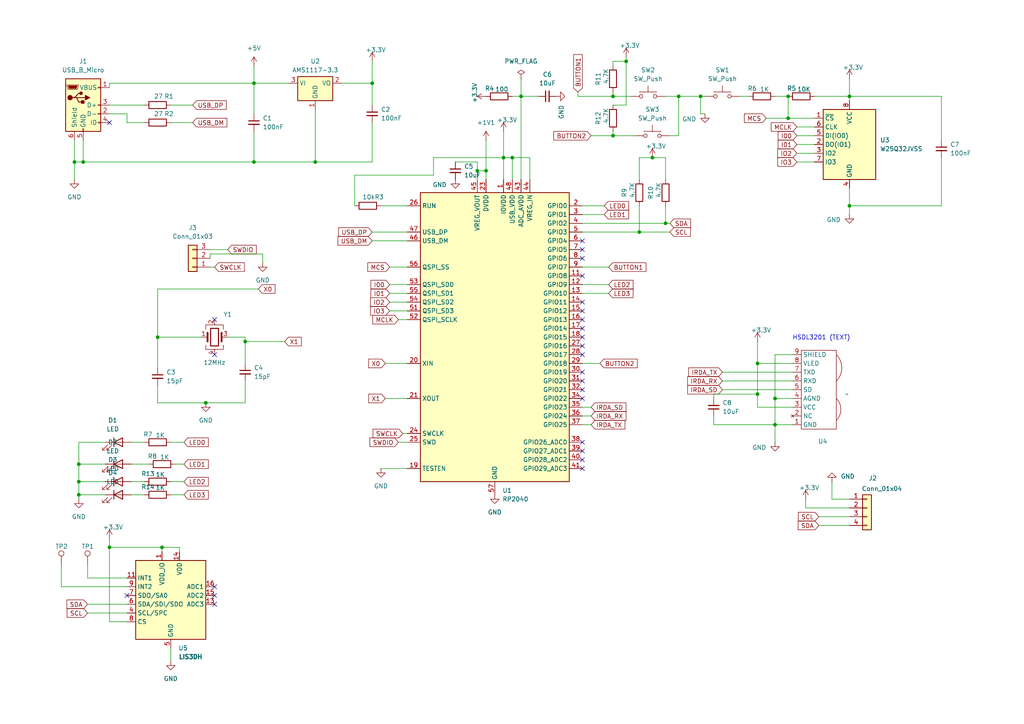
<source format=kicad_sch>
(kicad_sch (version 20231120) (generator "eeschema") (generator_version "8.0")
  (paper "A4")
  (lib_symbols
    (symbol "Connector:TestPoint" (pin_numbers hide) (pin_names (offset 0.762) hide)
      (property "Reference" "TP" (at 0 6.858 0))
      (property "Value" "TestPoint" (at 0 5.08 0))
      (symbol "TestPoint_0_1"
        (circle (center 0 3.302) (radius 0.762))
      )
      (symbol "TestPoint_1_1"
        (pin passive line (at 0 0 90) (length 2.54) (name "1") (number "1"))
      )
    )
    (symbol "Connector:USB_B_Micro" (pin_names (offset 1.016))
      (property "Reference" "J" (at -5.08 11.43 0))
      (property "Value" "USB_B_Micro" (at -5.08 8.89 0))
      (symbol "USB_B_Micro_0_1"
        (rectangle (start -5.08 -7.62) (end 5.08 7.62) (stroke (width 0.254)) (fill (type background)))
        (circle (center -3.81 2.159) (radius 0.635) (stroke (width 0.254)) (fill (type outline)))
        (circle (center -0.635 3.429) (radius 0.381) (stroke (width 0.254)) (fill (type outline)))
        (rectangle (start -0.127 -7.62) (end 0.127 -6.858))
        (polyline (pts (xy -1.905 2.159) (xy 0.635 2.159)) (stroke (width 0.254)))
        (polyline (pts (xy -3.175 2.159) (xy -2.54 2.159) (xy -1.27 3.429) (xy -0.635 3.429)) (stroke (width 0.254)))
        (polyline (pts (xy -2.54 2.159) (xy -1.905 2.159) (xy -1.27 0.889) (xy 0 0.889)) (stroke (width 0.254)))
        (polyline (pts (xy 0.635 2.794) (xy 0.635 1.524) (xy 1.905 2.159) (xy 0.635 2.794)) (stroke (width 0.254)) (fill (type outline)))
        (polyline (pts (xy -4.318 5.588) (xy -1.778 5.588) (xy -2.032 4.826) (xy -4.064 4.826) (xy -4.318 5.588)) (fill (type outline)))
        (polyline (pts (xy -4.699 5.842) (xy -4.699 5.588) (xy -4.445 4.826) (xy -4.445 4.572) (xy -1.651 4.572) (xy -1.651 4.826) (xy -1.397 5.588) (xy -1.397 5.842) (xy -4.699 5.842)))
        (rectangle (start 0.254 1.27) (end -0.508 0.508) (stroke (width 0.254)) (fill (type outline)))
        (rectangle (start 5.08 -5.207) (end 4.318 -4.953))
        (rectangle (start 5.08 -2.667) (end 4.318 -2.413))
        (rectangle (start 5.08 -0.127) (end 4.318 0.127))
        (rectangle (start 5.08 4.953) (end 4.318 5.207))
      )
      (symbol "USB_B_Micro_1_1"
        (pin power_out line (at 7.62 5.08 180) (length 2.54) (name "VBUS") (number "1"))
        (pin bidirectional line (at 7.62 -2.54 180) (length 2.54) (name "D-") (number "2"))
        (pin bidirectional line (at 7.62 0 180) (length 2.54) (name "D+") (number "3"))
        (pin passive line (at 7.62 -5.08 180) (length 2.54) (name "ID") (number "4"))
        (pin power_out line (at 0 -10.16 90) (length 2.54) (name "GND") (number "5"))
        (pin passive line (at -2.54 -10.16 90) (length 2.54) (name "Shield") (number "6"))
      )
    )
    (symbol "Connector_Generic:Conn_01x03" (pin_names (offset 1.016) hide)
      (property "Reference" "J" (at 0 5.08 0))
      (property "Value" "Conn_01x03" (at 0 -5.08 0))
      (symbol "Conn_01x03_1_1"
        (rectangle (start -1.27 -2.413) (end 0 -2.667) (stroke (width 0.1524)))
        (rectangle (start -1.27 0.127) (end 0 -0.127) (stroke (width 0.1524)))
        (rectangle (start -1.27 2.667) (end 0 2.413) (stroke (width 0.1524)))
        (rectangle (start -1.27 3.81) (end 1.27 -3.81) (stroke (width 0.254)) (fill (type background)))
        (pin passive line (at -5.08 2.54 0) (length 3.81) (name "Pin_1") (number "1"))
        (pin passive line (at -5.08 0 0) (length 3.81) (name "Pin_2") (number "2"))
        (pin passive line (at -5.08 -2.54 0) (length 3.81) (name "Pin_3") (number "3"))
      )
    )
    (symbol "Connector_Generic:Conn_01x04" (pin_names (offset 1.016) hide)
      (property "Reference" "J" (at 0 5.08 0))
      (property "Value" "Conn_01x04" (at 0 -7.62 0))
      (symbol "Conn_01x04_1_1"
        (rectangle (start -1.27 -4.953) (end 0 -5.207) (stroke (width 0.1524)))
        (rectangle (start -1.27 -2.413) (end 0 -2.667) (stroke (width 0.1524)))
        (rectangle (start -1.27 0.127) (end 0 -0.127) (stroke (width 0.1524)))
        (rectangle (start -1.27 2.667) (end 0 2.413) (stroke (width 0.1524)))
        (rectangle (start -1.27 3.81) (end 1.27 -6.35) (stroke (width 0.254)) (fill (type background)))
        (pin passive line (at -5.08 2.54 0) (length 3.81) (name "Pin_1") (number "1"))
        (pin passive line (at -5.08 0 0) (length 3.81) (name "Pin_2") (number "2"))
        (pin passive line (at -5.08 -2.54 0) (length 3.81) (name "Pin_3") (number "3"))
        (pin passive line (at -5.08 -5.08 0) (length 3.81) (name "Pin_4") (number "4"))
      )
    )
    (symbol "Device:C_Small" (pin_numbers hide) (pin_names (offset 0.254) hide)
      (property "Reference" "C" (at 0.254 1.778 0))
      (property "Value" "C_Small" (at 0.254 -2.032 0))
      (symbol "C_Small_0_1"
        (polyline (pts (xy -1.524 -0.508) (xy 1.524 -0.508)) (stroke (width 0.3302)))
        (polyline (pts (xy -1.524 0.508) (xy 1.524 0.508)) (stroke (width 0.3048)))
      )
      (symbol "C_Small_1_1"
        (pin passive line (at 0 2.54 270) (length 2.032) (name "~") (number "1"))
        (pin passive line (at 0 -2.54 90) (length 2.032) (name "~") (number "2"))
      )
    )
    (symbol "Device:Crystal_GND24" (pin_names (offset 1.016) hide)
      (property "Reference" "Y" (at 3.175 5.08 0))
      (property "Value" "Crystal_GND24" (at 3.175 3.175 0))
      (symbol "Crystal_GND24_0_1"
        (rectangle (start -1.143 2.54) (end 1.143 -2.54) (stroke (width 0.3048)))
        (polyline (pts (xy -2.54 0) (xy -2.032 0)))
        (polyline (pts (xy -2.032 -1.27) (xy -2.032 1.27)) (stroke (width 0.508)))
        (polyline (pts (xy 0 -3.81) (xy 0 -3.556)))
        (polyline (pts (xy 0 3.556) (xy 0 3.81)))
        (polyline (pts (xy 2.032 -1.27) (xy 2.032 1.27)) (stroke (width 0.508)))
        (polyline (pts (xy 2.032 0) (xy 2.54 0)))
        (polyline (pts (xy -2.54 -2.286) (xy -2.54 -3.556) (xy 2.54 -3.556) (xy 2.54 -2.286)))
        (polyline (pts (xy -2.54 2.286) (xy -2.54 3.556) (xy 2.54 3.556) (xy 2.54 2.286)))
      )
      (symbol "Crystal_GND24_1_1"
        (pin passive line (at -3.81 0 0) (length 1.27) (name "1") (number "1"))
        (pin passive line (at 0 5.08 270) (length 1.27) (name "2") (number "2"))
        (pin passive line (at 3.81 0 180) (length 1.27) (name "3") (number "3"))
        (pin passive line (at 0 -5.08 90) (length 1.27) (name "4") (number "4"))
      )
    )
    (symbol "Device:LED" (pin_numbers hide) (pin_names (offset 1.016) hide)
      (property "Reference" "D" (at 0 2.54 0))
      (property "Value" "LED" (at 0 -2.54 0))
      (symbol "LED_0_1"
        (polyline (pts (xy -1.27 -1.27) (xy -1.27 1.27)) (stroke (width 0.254)))
        (polyline (pts (xy -1.27 0) (xy 1.27 0)))
        (polyline (pts (xy 1.27 -1.27) (xy 1.27 1.27) (xy -1.27 0) (xy 1.27 -1.27)) (stroke (width 0.254)))
        (polyline (pts (xy -3.048 -0.762) (xy -4.572 -2.286) (xy -3.81 -2.286) (xy -4.572 -2.286) (xy -4.572 -1.524)))
        (polyline (pts (xy -1.778 -0.762) (xy -3.302 -2.286) (xy -2.54 -2.286) (xy -3.302 -2.286) (xy -3.302 -1.524)))
      )
      (symbol "LED_1_1"
        (pin passive line (at -3.81 0 0) (length 2.54) (name "K") (number "1"))
        (pin passive line (at 3.81 0 180) (length 2.54) (name "A") (number "2"))
      )
    )
    (symbol "Device:R" (pin_numbers hide) (pin_names (offset 0))
      (property "Reference" "R" (at 2.032 0 90))
      (property "Value" "R" (at 0 0 90))
      (symbol "R_0_1"
        (rectangle (start -1.016 -2.54) (end 1.016 2.54) (stroke (width 0.254)))
      )
      (symbol "R_1_1"
        (pin passive line (at 0 3.81 270) (length 1.27) (name "~") (number "1"))
        (pin passive line (at 0 -3.81 90) (length 1.27) (name "~") (number "2"))
      )
    )
    (symbol "HSDL_3201:HSDL3201"
      (property "Reference" "U" (at -7.874 11.43 0))
      (symbol "HSDL3201_0_1"
        (rectangle (start -12.7 35.56) (end -2.54 12.7))
        (arc (start -2.54 15.24) (mid -1.2249 18.415) (end -2.54 21.59))
        (arc (start -2.54 26.67) (mid -0.9618 30.48) (end -2.54 34.29))
      )
      (symbol "HSDL3201_1_1"
        (pin power_in line (at -15.24 13.97 0) (length 2.54) (name "GND") (number "1"))
        (pin no_connect line (at -15.24 16.51 0) (length 2.54) (name "NC") (number "2"))
        (pin power_in line (at -15.24 19.05 0) (length 2.54) (name "VCC") (number "3"))
        (pin power_in line (at -15.24 21.59 0) (length 2.54) (name "AGND") (number "4"))
        (pin input line (at -15.24 24.13 0) (length 2.54) (name "SD") (number "5"))
        (pin output line (at -15.24 26.67 0) (length 2.54) (name "RXD") (number "6"))
        (pin input line (at -15.24 29.21 0) (length 2.54) (name "TXD") (number "7"))
        (pin power_in line (at -15.24 31.75 0) (length 2.54) (name "VLED") (number "8"))
        (pin power_in line (at -15.24 34.29 0) (length 2.54) (name "SHIELD") (number "9"))
      )
    )
    (symbol "MCU_RaspberryPi:RP2040"
      (property "Reference" "U" (at 17.78 45.72 0))
      (property "Value" "RP2040" (at 17.78 43.18 0))
      (symbol "RP2040_0_1"
        (rectangle (start -21.59 41.91) (end 21.59 -41.91) (stroke (width 0.254)) (fill (type background)))
      )
      (symbol "RP2040_1_1"
        (pin power_in line (at 2.54 45.72 270) (length 3.81) (name "IOVDD") (number "1"))
        (pin passive line (at 2.54 45.72 270) (length 3.81) hide (name "IOVDD") (number "10"))
        (pin bidirectional line (at 25.4 17.78 180) (length 3.81) (name "GPIO8") (number "11"))
        (pin bidirectional line (at 25.4 15.24 180) (length 3.81) (name "GPIO9") (number "12"))
        (pin bidirectional line (at 25.4 12.7 180) (length 3.81) (name "GPIO10") (number "13"))
        (pin bidirectional line (at 25.4 10.16 180) (length 3.81) (name "GPIO11") (number "14"))
        (pin bidirectional line (at 25.4 7.62 180) (length 3.81) (name "GPIO12") (number "15"))
        (pin bidirectional line (at 25.4 5.08 180) (length 3.81) (name "GPIO13") (number "16"))
        (pin bidirectional line (at 25.4 2.54 180) (length 3.81) (name "GPIO14") (number "17"))
        (pin bidirectional line (at 25.4 0 180) (length 3.81) (name "GPIO15") (number "18"))
        (pin input line (at -25.4 -38.1 0) (length 3.81) (name "TESTEN") (number "19"))
        (pin bidirectional line (at 25.4 38.1 180) (length 3.81) (name "GPIO0") (number "2"))
        (pin input line (at -25.4 -7.62 0) (length 3.81) (name "XIN") (number "20"))
        (pin passive line (at -25.4 -17.78 0) (length 3.81) (name "XOUT") (number "21"))
        (pin passive line (at 2.54 45.72 270) (length 3.81) hide (name "IOVDD") (number "22"))
        (pin power_in line (at -2.54 45.72 270) (length 3.81) (name "DVDD") (number "23"))
        (pin input line (at -25.4 -27.94 0) (length 3.81) (name "SWCLK") (number "24"))
        (pin bidirectional line (at -25.4 -30.48 0) (length 3.81) (name "SWD") (number "25"))
        (pin input line (at -25.4 38.1 0) (length 3.81) (name "RUN") (number "26"))
        (pin bidirectional line (at 25.4 -2.54 180) (length 3.81) (name "GPIO16") (number "27"))
        (pin bidirectional line (at 25.4 -5.08 180) (length 3.81) (name "GPIO17") (number "28"))
        (pin bidirectional line (at 25.4 -7.62 180) (length 3.81) (name "GPIO18") (number "29"))
        (pin bidirectional line (at 25.4 35.56 180) (length 3.81) (name "GPIO1") (number "3"))
        (pin bidirectional line (at 25.4 -10.16 180) (length 3.81) (name "GPIO19") (number "30"))
        (pin bidirectional line (at 25.4 -12.7 180) (length 3.81) (name "GPIO20") (number "31"))
        (pin bidirectional line (at 25.4 -15.24 180) (length 3.81) (name "GPIO21") (number "32"))
        (pin passive line (at 2.54 45.72 270) (length 3.81) hide (name "IOVDD") (number "33"))
        (pin bidirectional line (at 25.4 -17.78 180) (length 3.81) (name "GPIO22") (number "34"))
        (pin bidirectional line (at 25.4 -20.32 180) (length 3.81) (name "GPIO23") (number "35"))
        (pin bidirectional line (at 25.4 -22.86 180) (length 3.81) (name "GPIO24") (number "36"))
        (pin bidirectional line (at 25.4 -25.4 180) (length 3.81) (name "GPIO25") (number "37"))
        (pin bidirectional line (at 25.4 -30.48 180) (length 3.81) (name "GPIO26_ADC0") (number "38"))
        (pin bidirectional line (at 25.4 -33.02 180) (length 3.81) (name "GPIO27_ADC1") (number "39"))
        (pin bidirectional line (at 25.4 33.02 180) (length 3.81) (name "GPIO2") (number "4"))
        (pin bidirectional line (at 25.4 -35.56 180) (length 3.81) (name "GPIO28_ADC2") (number "40"))
        (pin bidirectional line (at 25.4 -38.1 180) (length 3.81) (name "GPIO29_ADC3") (number "41"))
        (pin passive line (at 2.54 45.72 270) (length 3.81) hide (name "IOVDD") (number "42"))
        (pin power_in line (at 7.62 45.72 270) (length 3.81) (name "ADC_AVDD") (number "43"))
        (pin power_in line (at 10.16 45.72 270) (length 3.81) (name "VREG_IN") (number "44"))
        (pin power_out line (at -5.08 45.72 270) (length 3.81) (name "VREG_VOUT") (number "45"))
        (pin bidirectional line (at -25.4 27.94 0) (length 3.81) (name "USB_DM") (number "46"))
        (pin bidirectional line (at -25.4 30.48 0) (length 3.81) (name "USB_DP") (number "47"))
        (pin power_in line (at 5.08 45.72 270) (length 3.81) (name "USB_VDD") (number "48"))
        (pin passive line (at 2.54 45.72 270) (length 3.81) hide (name "IOVDD") (number "49"))
        (pin bidirectional line (at 25.4 30.48 180) (length 3.81) (name "GPIO3") (number "5"))
        (pin passive line (at -2.54 45.72 270) (length 3.81) hide (name "DVDD") (number "50"))
        (pin bidirectional line (at -25.4 7.62 0) (length 3.81) (name "QSPI_SD3") (number "51"))
        (pin output line (at -25.4 5.08 0) (length 3.81) (name "QSPI_SCLK") (number "52"))
        (pin bidirectional line (at -25.4 15.24 0) (length 3.81) (name "QSPI_SD0") (number "53"))
        (pin bidirectional line (at -25.4 10.16 0) (length 3.81) (name "QSPI_SD2") (number "54"))
        (pin bidirectional line (at -25.4 12.7 0) (length 3.81) (name "QSPI_SD1") (number "55"))
        (pin bidirectional line (at -25.4 20.32 0) (length 3.81) (name "QSPI_SS") (number "56"))
        (pin power_in line (at 0 -45.72 90) (length 3.81) (name "GND") (number "57"))
        (pin bidirectional line (at 25.4 27.94 180) (length 3.81) (name "GPIO4") (number "6"))
        (pin bidirectional line (at 25.4 25.4 180) (length 3.81) (name "GPIO5") (number "7"))
        (pin bidirectional line (at 25.4 22.86 180) (length 3.81) (name "GPIO6") (number "8"))
        (pin bidirectional line (at 25.4 20.32 180) (length 3.81) (name "GPIO7") (number "9"))
      )
    )
    (symbol "Memory_Flash:W25Q32JVSS"
      (property "Reference" "U" (at -6.35 11.43 0))
      (property "Value" "W25Q32JVSS" (at 7.62 11.43 0))
      (symbol "W25Q32JVSS_0_1"
        (rectangle (start -7.62 10.16) (end 7.62 -10.16) (stroke (width 0.254)) (fill (type background)))
      )
      (symbol "W25Q32JVSS_1_1"
        (pin input line (at -10.16 7.62 0) (length 2.54) (name "~{CS}") (number "1"))
        (pin bidirectional line (at -10.16 0 0) (length 2.54) (name "DO(IO1)") (number "2"))
        (pin bidirectional line (at -10.16 -2.54 0) (length 2.54) (name "IO2") (number "3"))
        (pin power_in line (at 0 -12.7 90) (length 2.54) (name "GND") (number "4"))
        (pin bidirectional line (at -10.16 2.54 0) (length 2.54) (name "DI(IO0)") (number "5"))
        (pin input line (at -10.16 5.08 0) (length 2.54) (name "CLK") (number "6"))
        (pin bidirectional line (at -10.16 -5.08 0) (length 2.54) (name "IO3") (number "7"))
        (pin power_in line (at 0 12.7 270) (length 2.54) (name "VCC") (number "8"))
      )
    )
    (symbol "Regulator_Linear:AMS1117-3.3"
      (property "Reference" "U" (at -3.81 3.175 0))
      (property "Value" "AMS1117-3.3" (at 0 3.175 0))
      (symbol "AMS1117-3.3_0_1"
        (rectangle (start -5.08 -5.08) (end 5.08 1.905) (stroke (width 0.254)) (fill (type background)))
      )
      (symbol "AMS1117-3.3_1_1"
        (pin power_in line (at 0 -7.62 90) (length 2.54) (name "GND") (number "1"))
        (pin power_out line (at 7.62 0 180) (length 2.54) (name "VO") (number "2"))
        (pin power_in line (at -7.62 0 0) (length 2.54) (name "VI") (number "3"))
      )
    )
    (symbol "Sensor_Motion:LIS3DH"
      (property "Reference" "U" (at -7.62 11.43 0))
      (property "Value" "LIS3DH" (at 6.35 11.43 0))
      (symbol "LIS3DH_0_1"
        (rectangle (start -10.16 10.16) (end 10.16 -12.7) (stroke (width 0.254)) (fill (type background)))
      )
      (symbol "LIS3DH_1_1"
        (pin power_in line (at -2.54 12.7 270) (length 2.54) (name "VDD_IO") (number "1"))
        (pin passive line (at 0 -15.24 90) (length 2.54) hide (name "GND") (number "10"))
        (pin output line (at -12.7 5.08 0) (length 2.54) (name "INT1") (number "11"))
        (pin passive line (at 0 -15.24 90) (length 2.54) hide (name "GND") (number "12"))
        (pin input line (at 12.7 -2.54 180) (length 2.54) (name "ADC3") (number "13"))
        (pin power_in line (at 2.54 12.7 270) (length 2.54) (name "VDD") (number "14"))
        (pin input line (at 12.7 0 180) (length 2.54) (name "ADC2") (number "15"))
        (pin input line (at 12.7 2.54 180) (length 2.54) (name "ADC1") (number "16"))
        (pin no_connect line (at 10.16 5.08 180) (length 2.54) hide (name "NC") (number "2"))
        (pin no_connect line (at 10.16 7.62 180) (length 2.54) hide (name "NC") (number "3"))
        (pin input line (at -12.7 -5.08 0) (length 2.54) (name "SCL/SPC") (number "4"))
        (pin power_in line (at 0 -15.24 90) (length 2.54) (name "GND") (number "5"))
        (pin bidirectional line (at -12.7 -2.54 0) (length 2.54) (name "SDA/SDI/SDO") (number "6"))
        (pin bidirectional line (at -12.7 0 0) (length 2.54) (name "SDO/SA0") (number "7"))
        (pin input line (at -12.7 -7.62 0) (length 2.54) (name "CS") (number "8"))
        (pin output line (at -12.7 2.54 0) (length 2.54) (name "INT2") (number "9"))
      )
    )
    (symbol "Switch:SW_Push" (pin_numbers hide) (pin_names (offset 1.016) hide)
      (property "Reference" "SW" (at 1.27 2.54 0))
      (property "Value" "SW_Push" (at 0 -1.524 0))
      (symbol "SW_Push_0_1"
        (circle (center -2.032 0) (radius 0.508))
        (polyline (pts (xy 0 1.27) (xy 0 3.048)))
        (polyline (pts (xy 2.54 1.27) (xy -2.54 1.27)))
        (circle (center 2.032 0) (radius 0.508))
        (pin passive line (at -5.08 0 0) (length 2.54) (name "1") (number "1"))
        (pin passive line (at 5.08 0 180) (length 2.54) (name "2") (number "2"))
      )
    )
    (symbol "power:+1V1" (power) (pin_numbers hide) (pin_names (offset 0) hide)
      (property "Value" "+1V1" (at 0 3.556 0))
      (symbol "+1V1_0_1"
        (polyline (pts (xy -0.762 1.27) (xy 0 2.54)))
        (polyline (pts (xy 0 0) (xy 0 2.54)))
        (polyline (pts (xy 0 2.54) (xy 0.762 1.27)))
      )
      (symbol "+1V1_1_1"
        (pin power_in line (at 0 0 90) (length 0) (name "~") (number "1"))
      )
    )
    (symbol "power:+3.3V" (power) (pin_numbers hide) (pin_names (offset 0) hide)
      (property "Value" "+3.3V" (at 0 3.556 0))
      (symbol "+3.3V_0_1"
        (polyline (pts (xy -0.762 1.27) (xy 0 2.54)))
        (polyline (pts (xy 0 0) (xy 0 2.54)))
        (polyline (pts (xy 0 2.54) (xy 0.762 1.27)))
      )
      (symbol "+3.3V_1_1"
        (pin power_in line (at 0 0 90) (length 0) (name "~") (number "1"))
      )
    )
    (symbol "power:+5V" (power) (pin_numbers hide) (pin_names (offset 0) hide)
      (property "Value" "+5V" (at 0 3.556 0))
      (symbol "+5V_0_1"
        (polyline (pts (xy -0.762 1.27) (xy 0 2.54)))
        (polyline (pts (xy 0 0) (xy 0 2.54)))
        (polyline (pts (xy 0 2.54) (xy 0.762 1.27)))
      )
      (symbol "+5V_1_1"
        (pin power_in line (at 0 0 90) (length 0) (name "~") (number "1"))
      )
    )
    (symbol "power:GND" (power) (pin_numbers hide) (pin_names (offset 0) hide)
      (property "Value" "GND" (at 0 -3.81 0))
      (symbol "GND_0_1"
        (polyline (pts (xy 0 0) (xy 0 -1.27) (xy 1.27 -1.27) (xy 0 -2.54) (xy -1.27 -1.27) (xy 0 -1.27)))
      )
      (symbol "GND_1_1"
        (pin power_in line (at 0 0 270) (length 0) (name "~") (number "1"))
      )
    )
    (symbol "power:PWR_FLAG" (power) (pin_numbers hide) (pin_names (offset 0) hide)
      (property "Value" "PWR_FLAG" (at 0 3.81 0))
      (symbol "PWR_FLAG_0_0"
        (pin power_out line (at 0 0 90) (length 0) (name "~") (number "1"))
      )
      (symbol "PWR_FLAG_0_1"
        (polyline (pts (xy 0 0) (xy 0 1.27) (xy -1.016 1.905) (xy 0 2.54) (xy 1.016 1.905) (xy 0 1.27)))
      )
    )
  )
  (junction (at 22.86 143.51))
  (junction (at 140.97 49.53))
  (junction (at 45.72 97.79))
  (junction (at 185.42 67.31))
  (junction (at 228.6 34.29))
  (junction (at 31.75 158.75))
  (junction (at 181.61 17.78))
  (junction (at 22.86 139.7))
  (junction (at 146.05 45.72))
  (junction (at 219.71 114.3))
  (junction (at 71.12 99.06))
  (junction (at 21.59 46.99))
  (junction (at 73.66 24.13))
  (junction (at 91.44 46.99))
  (junction (at 177.8 27.94))
  (junction (at 148.59 45.72))
  (junction (at 177.8 39.37))
  (junction (at 228.6 27.94))
  (junction (at 73.66 46.99))
  (junction (at 138.43 49.53))
  (junction (at 24.13 46.99))
  (junction (at 59.69 116.84))
  (junction (at 107.95 24.13))
  (junction (at 189.23 45.72))
  (junction (at 193.04 64.77))
  (junction (at 224.79 115.57))
  (junction (at 219.71 105.41))
  (junction (at 246.38 59.69))
  (junction (at 203.2 27.94))
  (junction (at 46.99 158.75))
  (junction (at 246.38 27.94))
  (junction (at 196.85 27.94))
  (junction (at 22.86 134.62))
  (junction (at 224.79 123.19))
  (junction (at 151.13 27.94))
  (no_connect (at 168.91 130.81))
  (no_connect (at 168.91 69.85))
  (no_connect (at 168.91 115.57))
  (no_connect (at 168.91 133.35))
  (no_connect (at 168.91 135.89))
  (no_connect (at 168.91 110.49))
  (no_connect (at 62.23 172.72))
  (no_connect (at 168.91 100.33))
  (no_connect (at 62.23 102.87))
  (no_connect (at 31.75 35.56))
  (no_connect (at 168.91 90.17))
  (no_connect (at 62.23 175.26))
  (no_connect (at 168.91 107.95))
  (no_connect (at 168.91 113.03))
  (no_connect (at 168.91 87.63))
  (no_connect (at 168.91 97.79))
  (no_connect (at 168.91 80.01))
  (no_connect (at 168.91 92.71))
  (no_connect (at 36.83 172.72))
  (no_connect (at 168.91 102.87))
  (no_connect (at 168.91 74.93))
  (no_connect (at 168.91 95.25))
  (no_connect (at 168.91 128.27))
  (no_connect (at 168.91 72.39))
  (no_connect (at 62.23 170.18))
  (no_connect (at 62.23 92.71))
  (wire (pts (xy 71.12 99.06) (xy 82.55 99.06)))
  (wire (pts (xy 168.91 105.41) (xy 173.99 105.41)))
  (wire (pts (xy 229.87 102.87) (xy 224.79 102.87)))
  (wire (pts (xy 207.01 115.57) (xy 207.01 114.3)))
  (wire (pts (xy 231.14 41.91) (xy 236.22 41.91)))
  (wire (pts (xy 246.38 144.78) (xy 241.3 144.78)))
  (wire (pts (xy 185.42 52.07) (xy 185.42 45.72)))
  (wire (pts (xy 91.44 31.75) (xy 91.44 46.99)))
  (wire (pts (xy 273.05 59.69) (xy 246.38 59.69)))
  (wire (pts (xy 203.2 33.02) (xy 203.2 27.94)))
  (wire (pts (xy 71.12 116.84) (xy 59.69 116.84)))
  (wire (pts (xy 224.79 102.87) (xy 224.79 115.57)))
  (wire (pts (xy 246.38 54.61) (xy 246.38 59.69)))
  (wire (pts (xy 146.05 38.1) (xy 146.05 45.72)))
  (wire (pts (xy 229.87 118.11) (xy 219.71 118.11)))
  (wire (pts (xy 140.97 49.53) (xy 138.43 49.53)))
  (wire (pts (xy 107.95 24.13) (xy 107.95 30.48)))
  (wire (pts (xy 38.1 143.51) (xy 41.91 143.51)))
  (wire (pts (xy 151.13 27.94) (xy 151.13 52.07)))
  (wire (pts (xy 168.91 123.19) (xy 171.45 123.19)))
  (wire (pts (xy 115.57 92.71) (xy 118.11 92.71)))
  (wire (pts (xy 91.44 46.99) (xy 73.66 46.99)))
  (wire (pts (xy 181.61 16.51) (xy 181.61 17.78)))
  (wire (pts (xy 60.96 72.39) (xy 66.04 72.39)))
  (wire (pts (xy 125.73 50.8) (xy 125.73 45.72)))
  (wire (pts (xy 21.59 46.99) (xy 21.59 52.07)))
  (wire (pts (xy 22.86 128.27) (xy 22.86 134.62)))
  (wire (pts (xy 207.01 120.65) (xy 207.01 123.19)))
  (wire (pts (xy 31.75 30.48) (xy 41.91 30.48)))
  (wire (pts (xy 36.83 170.18) (xy 17.78 170.18)))
  (wire (pts (xy 168.91 67.31) (xy 185.42 67.31)))
  (wire (pts (xy 228.6 34.29) (xy 236.22 34.29)))
  (wire (pts (xy 49.53 187.96) (xy 49.53 191.77)))
  (wire (pts (xy 231.14 39.37) (xy 236.22 39.37)))
  (wire (pts (xy 185.42 45.72) (xy 189.23 45.72)))
  (wire (pts (xy 113.03 77.47) (xy 118.11 77.47)))
  (wire (pts (xy 49.53 139.7) (xy 53.34 139.7)))
  (wire (pts (xy 58.42 97.79) (xy 45.72 97.79)))
  (wire (pts (xy 49.53 35.56) (xy 55.88 35.56)))
  (wire (pts (xy 140.97 52.07) (xy 140.97 49.53)))
  (wire (pts (xy 36.83 33.02) (xy 31.75 33.02)))
  (wire (pts (xy 45.72 116.84) (xy 59.69 116.84)))
  (wire (pts (xy 107.95 67.31) (xy 118.11 67.31)))
  (wire (pts (xy 222.25 34.29) (xy 228.6 34.29)))
  (wire (pts (xy 74.93 83.82) (xy 45.72 83.82)))
  (wire (pts (xy 36.83 180.34) (xy 31.75 180.34)))
  (wire (pts (xy 151.13 27.94) (xy 156.21 27.94)))
  (wire (pts (xy 177.8 27.94) (xy 177.8 26.67)))
  (wire (pts (xy 193.04 59.69) (xy 193.04 64.77)))
  (wire (pts (xy 25.4 177.8) (xy 36.83 177.8)))
  (wire (pts (xy 231.14 36.83) (xy 236.22 36.83)))
  (wire (pts (xy 111.76 105.41) (xy 118.11 105.41)))
  (wire (pts (xy 36.83 35.56) (xy 36.83 33.02)))
  (wire (pts (xy 107.95 35.56) (xy 107.95 46.99)))
  (wire (pts (xy 146.05 45.72) (xy 146.05 52.07)))
  (wire (pts (xy 168.91 62.23) (xy 175.26 62.23)))
  (wire (pts (xy 22.86 139.7) (xy 30.48 139.7)))
  (wire (pts (xy 153.67 52.07) (xy 153.67 45.72)))
  (wire (pts (xy 203.2 27.94) (xy 204.47 27.94)))
  (wire (pts (xy 73.66 19.05) (xy 73.66 24.13)))
  (wire (pts (xy 73.66 46.99) (xy 24.13 46.99)))
  (wire (pts (xy 167.64 27.94) (xy 167.64 26.67)))
  (wire (pts (xy 17.78 170.18) (xy 17.78 163.83)))
  (wire (pts (xy 168.91 118.11) (xy 171.45 118.11)))
  (wire (pts (xy 196.85 39.37) (xy 196.85 27.94)))
  (wire (pts (xy 219.71 105.41) (xy 219.71 114.3)))
  (wire (pts (xy 231.14 44.45) (xy 236.22 44.45)))
  (wire (pts (xy 71.12 110.49) (xy 71.12 116.84)))
  (wire (pts (xy 45.72 111.76) (xy 45.72 116.84)))
  (wire (pts (xy 273.05 45.72) (xy 273.05 59.69)))
  (wire (pts (xy 107.95 69.85) (xy 118.11 69.85)))
  (wire (pts (xy 107.95 46.99) (xy 91.44 46.99)))
  (wire (pts (xy 45.72 83.82) (xy 45.72 97.79)))
  (wire (pts (xy 273.05 27.94) (xy 273.05 40.64)))
  (wire (pts (xy 25.4 167.64) (xy 25.4 163.83)))
  (wire (pts (xy 60.96 77.47) (xy 62.23 77.47)))
  (wire (pts (xy 36.83 167.64) (xy 25.4 167.64)))
  (wire (pts (xy 73.66 38.1) (xy 73.66 46.99)))
  (wire (pts (xy 99.06 24.13) (xy 107.95 24.13)))
  (wire (pts (xy 22.86 139.7) (xy 22.86 143.51)))
  (wire (pts (xy 167.64 27.94) (xy 177.8 27.94)))
  (wire (pts (xy 207.01 114.3) (xy 219.71 114.3)))
  (wire (pts (xy 76.2 76.2) (xy 76.2 73.66)))
  (wire (pts (xy 49.53 128.27) (xy 53.34 128.27)))
  (wire (pts (xy 209.55 107.95) (xy 229.87 107.95)))
  (wire (pts (xy 31.75 24.13) (xy 31.75 25.4)))
  (wire (pts (xy 224.79 115.57) (xy 224.79 123.19)))
  (wire (pts (xy 241.3 144.78) (xy 241.3 139.7)))
  (wire (pts (xy 177.8 38.1) (xy 177.8 39.37)))
  (wire (pts (xy 50.8 134.62) (xy 53.34 134.62)))
  (wire (pts (xy 52.07 160.02) (xy 52.07 158.75)))
  (wire (pts (xy 113.03 90.17) (xy 118.11 90.17)))
  (wire (pts (xy 107.95 17.78) (xy 107.95 24.13)))
  (wire (pts (xy 60.96 73.66) (xy 60.96 74.93)))
  (wire (pts (xy 219.71 105.41) (xy 229.87 105.41)))
  (wire (pts (xy 46.99 160.02) (xy 46.99 158.75)))
  (wire (pts (xy 233.68 147.32) (xy 233.68 144.78)))
  (wire (pts (xy 246.38 27.94) (xy 246.38 29.21)))
  (wire (pts (xy 71.12 99.06) (xy 71.12 105.41)))
  (wire (pts (xy 177.8 17.78) (xy 177.8 19.05)))
  (wire (pts (xy 214.63 27.94) (xy 217.17 27.94)))
  (wire (pts (xy 246.38 22.86) (xy 246.38 27.94)))
  (wire (pts (xy 49.53 143.51) (xy 53.34 143.51)))
  (wire (pts (xy 138.43 46.99) (xy 132.08 46.99)))
  (wire (pts (xy 111.76 115.57) (xy 118.11 115.57)))
  (wire (pts (xy 209.55 113.03) (xy 229.87 113.03)))
  (wire (pts (xy 246.38 27.94) (xy 273.05 27.94)))
  (wire (pts (xy 30.48 128.27) (xy 22.86 128.27)))
  (wire (pts (xy 177.8 30.48) (xy 181.61 30.48)))
  (wire (pts (xy 207.01 123.19) (xy 224.79 123.19)))
  (wire (pts (xy 22.86 134.62) (xy 22.86 139.7)))
  (wire (pts (xy 246.38 59.69) (xy 246.38 62.23)))
  (wire (pts (xy 73.66 24.13) (xy 83.82 24.13)))
  (wire (pts (xy 237.49 152.4) (xy 246.38 152.4)))
  (wire (pts (xy 209.55 110.49) (xy 229.87 110.49)))
  (wire (pts (xy 224.79 27.94) (xy 228.6 27.94)))
  (wire (pts (xy 193.04 64.77) (xy 194.31 64.77)))
  (wire (pts (xy 168.91 64.77) (xy 193.04 64.77)))
  (wire (pts (xy 151.13 22.86) (xy 151.13 27.94)))
  (wire (pts (xy 168.91 120.65) (xy 171.45 120.65)))
  (wire (pts (xy 196.85 27.94) (xy 203.2 27.94)))
  (wire (pts (xy 184.15 39.37) (xy 177.8 39.37)))
  (wire (pts (xy 181.61 30.48) (xy 181.61 17.78)))
  (wire (pts (xy 113.03 87.63) (xy 118.11 87.63)))
  (wire (pts (xy 237.49 149.86) (xy 246.38 149.86)))
  (wire (pts (xy 146.05 45.72) (xy 148.59 45.72)))
  (wire (pts (xy 46.99 158.75) (xy 31.75 158.75)))
  (wire (pts (xy 224.79 123.19) (xy 224.79 128.27)))
  (wire (pts (xy 193.04 27.94) (xy 196.85 27.94)))
  (wire (pts (xy 148.59 45.72) (xy 153.67 45.72)))
  (wire (pts (xy 38.1 134.62) (xy 43.18 134.62)))
  (wire (pts (xy 102.87 59.69) (xy 102.87 50.8)))
  (wire (pts (xy 125.73 45.72) (xy 146.05 45.72)))
  (wire (pts (xy 194.31 39.37) (xy 196.85 39.37)))
  (wire (pts (xy 116.84 125.73) (xy 118.11 125.73)))
  (wire (pts (xy 229.87 115.57) (xy 224.79 115.57)))
  (wire (pts (xy 204.47 33.02) (xy 203.2 33.02)))
  (wire (pts (xy 168.91 82.55) (xy 176.53 82.55)))
  (wire (pts (xy 148.59 52.07) (xy 148.59 45.72)))
  (wire (pts (xy 71.12 97.79) (xy 71.12 99.06)))
  (wire (pts (xy 21.59 40.64) (xy 21.59 46.99)))
  (wire (pts (xy 25.4 175.26) (xy 36.83 175.26)))
  (wire (pts (xy 52.07 158.75) (xy 46.99 158.75)))
  (wire (pts (xy 41.91 35.56) (xy 36.83 35.56)))
  (wire (pts (xy 193.04 45.72) (xy 189.23 45.72)))
  (wire (pts (xy 24.13 40.64) (xy 24.13 46.99)))
  (wire (pts (xy 73.66 33.02) (xy 73.66 24.13)))
  (wire (pts (xy 113.03 85.09) (xy 118.11 85.09)))
  (wire (pts (xy 219.71 99.06) (xy 219.71 105.41)))
  (wire (pts (xy 219.71 118.11) (xy 219.71 114.3)))
  (wire (pts (xy 38.1 139.7) (xy 41.91 139.7)))
  (wire (pts (xy 24.13 46.99) (xy 21.59 46.99)))
  (wire (pts (xy 110.49 135.89) (xy 118.11 135.89)))
  (wire (pts (xy 113.03 82.55) (xy 118.11 82.55)))
  (wire (pts (xy 66.04 97.79) (xy 71.12 97.79)))
  (wire (pts (xy 171.45 39.37) (xy 177.8 39.37)))
  (wire (pts (xy 228.6 27.94) (xy 228.6 34.29)))
  (wire (pts (xy 138.43 49.53) (xy 138.43 46.99)))
  (wire (pts (xy 115.57 128.27) (xy 118.11 128.27)))
  (wire (pts (xy 236.22 27.94) (xy 246.38 27.94)))
  (wire (pts (xy 148.59 27.94) (xy 151.13 27.94)))
  (wire (pts (xy 168.91 59.69) (xy 175.26 59.69)))
  (wire (pts (xy 22.86 143.51) (xy 22.86 144.78)))
  (wire (pts (xy 185.42 67.31) (xy 194.31 67.31)))
  (wire (pts (xy 177.8 27.94) (xy 182.88 27.94)))
  (wire (pts (xy 45.72 97.79) (xy 45.72 106.68)))
  (wire (pts (xy 102.87 50.8) (xy 125.73 50.8)))
  (wire (pts (xy 229.87 123.19) (xy 224.79 123.19)))
  (wire (pts (xy 73.66 24.13) (xy 31.75 24.13)))
  (wire (pts (xy 168.91 77.47) (xy 176.53 77.47)))
  (wire (pts (xy 185.42 59.69) (xy 185.42 67.31)))
  (wire (pts (xy 31.75 158.75) (xy 31.75 156.21)))
  (wire (pts (xy 22.86 134.62) (xy 30.48 134.62)))
  (wire (pts (xy 49.53 30.48) (xy 55.88 30.48)))
  (wire (pts (xy 193.04 52.07) (xy 193.04 45.72)))
  (wire (pts (xy 181.61 17.78) (xy 177.8 17.78)))
  (wire (pts (xy 246.38 147.32) (xy 233.68 147.32)))
  (wire (pts (xy 231.14 46.99) (xy 236.22 46.99)))
  (wire (pts (xy 22.86 143.51) (xy 30.48 143.51)))
  (wire (pts (xy 168.91 85.09) (xy 176.53 85.09)))
  (wire (pts (xy 76.2 73.66) (xy 60.96 73.66)))
  (wire (pts (xy 110.49 59.69) (xy 118.11 59.69)))
  (wire (pts (xy 38.1 128.27) (xy 41.91 128.27)))
  (wire (pts (xy 140.97 40.64) (xy 140.97 49.53)))
  (wire (pts (xy 138.43 49.53) (xy 138.43 52.07)))
  (wire (pts (xy 31.75 180.34) (xy 31.75 158.75)))
  (text "HSDL3201 (TEXT)" (at 238.252 98.044 0) (effects (font (size 1.27 1.27))))
  (global_label "SCL" (shape input) (at 237.49 149.86 180) (property "Intersheetrefs" "${INTERSHEET_REFS}" (effects (hide yes))))
  (global_label "LED3" (shape input) (at 176.53 85.09 0) (property "Intersheetrefs" "${INTERSHEET_REFS}" (effects (hide yes))))
  (global_label "LED0" (shape input) (at 53.34 128.27 0) (property "Intersheetrefs" "${INTERSHEET_REFS}" (effects (hide yes))))
  (global_label "LED3" (shape input) (at 53.34 143.51 0) (property "Intersheetrefs" "${INTERSHEET_REFS}" (effects (hide yes))))
  (global_label "MCS" (shape input) (at 113.03 77.47 180) (property "Intersheetrefs" "${INTERSHEET_REFS}" (effects (hide yes))))
  (global_label "MCLK" (shape input) (at 115.57 92.71 180) (property "Intersheetrefs" "${INTERSHEET_REFS}" (effects (hide yes))))
  (global_label "LED1" (shape input) (at 175.26 62.23 0) (property "Intersheetrefs" "${INTERSHEET_REFS}" (effects (hide yes))))
  (global_label "X0" (shape input) (at 111.76 105.41 180) (property "Intersheetrefs" "${INTERSHEET_REFS}" (effects (hide yes))))
  (global_label "X1" (shape input) (at 82.55 99.06 0) (property "Intersheetrefs" "${INTERSHEET_REFS}" (effects (hide yes))))
  (global_label "IRDA_TX" (shape input) (at 171.45 123.19 0) (property "Intersheetrefs" "${INTERSHEET_REFS}" (effects (hide yes))))
  (global_label "IO3" (shape input) (at 231.14 46.99 180) (property "Intersheetrefs" "${INTERSHEET_REFS}" (effects (hide yes))))
  (global_label "LED2" (shape input) (at 53.34 139.7 0) (property "Intersheetrefs" "${INTERSHEET_REFS}" (effects (hide yes))))
  (global_label "IRDA_SD" (shape input) (at 171.45 118.11 0) (property "Intersheetrefs" "${INTERSHEET_REFS}" (effects (hide yes))))
  (global_label "I01" (shape input) (at 231.14 41.91 180) (property "Intersheetrefs" "${INTERSHEET_REFS}" (effects (hide yes))))
  (global_label "IO2" (shape input) (at 231.14 44.45 180) (property "Intersheetrefs" "${INTERSHEET_REFS}" (effects (hide yes))))
  (global_label "SCL" (shape input) (at 25.4 177.8 180) (property "Intersheetrefs" "${INTERSHEET_REFS}" (effects (hide yes))))
  (global_label "USB_DM" (shape input) (at 107.95 69.85 180) (property "Intersheetrefs" "${INTERSHEET_REFS}" (effects (hide yes))))
  (global_label "LED2" (shape input) (at 176.53 82.55 0) (property "Intersheetrefs" "${INTERSHEET_REFS}" (effects (hide yes))))
  (global_label "SWDIO" (shape input) (at 66.04 72.39 0) (property "Intersheetrefs" "${INTERSHEET_REFS}" (effects (hide yes))))
  (global_label "I00" (shape input) (at 113.03 82.55 180) (property "Intersheetrefs" "${INTERSHEET_REFS}" (effects (hide yes))))
  (global_label "IO3" (shape input) (at 113.03 90.17 180) (property "Intersheetrefs" "${INTERSHEET_REFS}" (effects (hide yes))))
  (global_label "IRDA_RX" (shape input) (at 171.45 120.65 0) (property "Intersheetrefs" "${INTERSHEET_REFS}" (effects (hide yes))))
  (global_label "BUTTON1" (shape input) (at 167.64 26.67 90) (property "Intersheetrefs" "${INTERSHEET_REFS}" (effects (hide yes))))
  (global_label "LED1" (shape input) (at 53.34 134.62 0) (property "Intersheetrefs" "${INTERSHEET_REFS}" (effects (hide yes))))
  (global_label "MCS" (shape input) (at 222.25 34.29 180) (property "Intersheetrefs" "${INTERSHEET_REFS}" (effects (hide yes))))
  (global_label "X0" (shape input) (at 74.93 83.82 0) (property "Intersheetrefs" "${INTERSHEET_REFS}" (effects (hide yes))))
  (global_label "BUTTON1" (shape input) (at 176.53 77.47 0) (property "Intersheetrefs" "${INTERSHEET_REFS}" (effects (hide yes))))
  (global_label "BUTTON2" (shape input) (at 171.45 39.37 180) (property "Intersheetrefs" "${INTERSHEET_REFS}" (effects (hide yes))))
  (global_label "X1" (shape input) (at 111.76 115.57 180) (property "Intersheetrefs" "${INTERSHEET_REFS}" (effects (hide yes))))
  (global_label "SDA" (shape input) (at 194.31 64.77 0) (property "Intersheetrefs" "${INTERSHEET_REFS}" (effects (hide yes))))
  (global_label "SDA" (shape input) (at 237.49 152.4 180) (property "Intersheetrefs" "${INTERSHEET_REFS}" (effects (hide yes))))
  (global_label "SDA" (shape input) (at 25.4 175.26 180) (property "Intersheetrefs" "${INTERSHEET_REFS}" (effects (hide yes))))
  (global_label "LED0" (shape input) (at 175.26 59.69 0) (property "Intersheetrefs" "${INTERSHEET_REFS}" (effects (hide yes))))
  (global_label "IRDA_SD" (shape input) (at 209.55 113.03 180) (property "Intersheetrefs" "${INTERSHEET_REFS}" (effects (hide yes))))
  (global_label "MCLK" (shape input) (at 231.14 36.83 180) (property "Intersheetrefs" "${INTERSHEET_REFS}" (effects (hide yes))))
  (global_label "SCL" (shape input) (at 194.31 67.31 0) (property "Intersheetrefs" "${INTERSHEET_REFS}" (effects (hide yes))))
  (global_label "USB_DM" (shape input) (at 55.88 35.56 0) (property "Intersheetrefs" "${INTERSHEET_REFS}" (effects (hide yes))))
  (global_label "USB_DP" (shape input) (at 107.95 67.31 180) (property "Intersheetrefs" "${INTERSHEET_REFS}" (effects (hide yes))))
  (global_label "IO2" (shape input) (at 113.03 87.63 180) (property "Intersheetrefs" "${INTERSHEET_REFS}" (effects (hide yes))))
  (global_label "USB_DP" (shape input) (at 55.88 30.48 0) (property "Intersheetrefs" "${INTERSHEET_REFS}" (effects (hide yes))))
  (global_label "I01" (shape input) (at 113.03 85.09 180) (property "Intersheetrefs" "${INTERSHEET_REFS}" (effects (hide yes))))
  (global_label "IRDA_RX" (shape input) (at 209.55 110.49 180) (property "Intersheetrefs" "${INTERSHEET_REFS}" (effects (hide yes))))
  (global_label "SWCLK" (shape input) (at 62.23 77.47 0) (property "Intersheetrefs" "${INTERSHEET_REFS}" (effects (hide yes))))
  (global_label "IRDA_TX" (shape input) (at 209.55 107.95 180) (property "Intersheetrefs" "${INTERSHEET_REFS}" (effects (hide yes))))
  (global_label "BUTTON2" (shape input) (at 173.99 105.41 0) (property "Intersheetrefs" "${INTERSHEET_REFS}" (effects (hide yes))))
  (global_label "SWCLK" (shape input) (at 116.84 125.73 180) (property "Intersheetrefs" "${INTERSHEET_REFS}" (effects (hide yes))))
  (global_label "SWDIO" (shape input) (at 115.57 128.27 180) (property "Intersheetrefs" "${INTERSHEET_REFS}" (effects (hide yes))))
  (global_label "I00" (shape input) (at 231.14 39.37 180) (property "Intersheetrefs" "${INTERSHEET_REFS}" (effects (hide yes))))
  (symbol (lib_id "Device:C_Small") (at 73.66 35.56 0) (unit 1)
    (property "Reference" "C1" (at 76.2 34.2962 0) (effects (justify left)))
    (property "Value" "100nF" (at 76.2 36.8362 0) (effects (justify left)))
    (property "Footprint" "Capacitor_SMD:C_0805_2012Metric" (effects (hide yes)))
    (property "Description" "Unpolarized capacitor, small symbol" (effects (hide yes)))
  )
  (symbol (lib_id "Device:LED") (at 34.29 134.62 0) (unit 1)
    (property "Reference" "D2" (at 32.7025 128.27 0))
    (property "Value" "LED" (at 32.7025 130.81 0))
    (property "Footprint" "LED_SMD:LED_0805_2012Metric" (effects (hide yes)))
    (property "Description" "Light emitting diode" (effects (hide yes)))
  )
  (symbol (lib_id "Device:R") (at 45.72 128.27 270) (unit 1)
    (property "Reference" "R7" (at 42.926 125.984 90))
    (property "Value" "1K" (at 46.482 126.238 90))
    (property "Footprint" "Resistor_SMD:R_0805_2012Metric" (effects (hide yes)))
    (property "Description" "Resistor" (effects (hide yes)))
  )
  (symbol (lib_id "Connector_Generic:Conn_01x04") (at 251.46 147.32 0) (unit 1)
    (property "Reference" "J2" (at 251.968 138.684 0) (effects (justify left)))
    (property "Value" "Conn_01x04" (at 249.936 141.732 0) (effects (justify left)))
    (property "Footprint" "Connector_PinHeader_2.54mm:PinHeader_1x04_P2.54mm_Vertical" (effects (hide yes)))
    (property "Description" "Generic connector, single row, 01x04, script generated (kicad-library-utils/schlib/autogen/connector/)" (effects (hide yes)))
  )
  (symbol (lib_id "power:GND") (at 76.2 76.2 0) (unit 1)
    (property "Reference" "#PWR012" (effects (hide yes)))
    (property "Value" "GND" (at 76.2 81.28 0))
    (property "Description" "Power symbol creates a global label with name \"GND\" , ground" (effects (hide yes)))
  )
  (symbol (lib_id "power:+5V") (at 73.66 19.05 0) (unit 1)
    (property "Reference" "#PWR02" (effects (hide yes)))
    (property "Value" "+5V" (at 73.66 13.97 0))
    (property "Description" "Power symbol creates a global label with name \"+5V\"" (effects (hide yes)))
  )
  (symbol (lib_id "Device:R") (at 193.04 55.88 0) (unit 1)
    (property "Reference" "R10" (at 188.722 55.88 90))
    (property "Value" "4.7K" (at 191.008 55.118 90))
    (property "Footprint" "Resistor_SMD:R_0805_2012Metric" (effects (hide yes)))
    (property "Description" "Resistor" (effects (hide yes)))
  )
  (symbol (lib_id "Device:R") (at 45.72 139.7 270) (unit 1)
    (property "Reference" "R13" (at 42.926 137.414 90))
    (property "Value" "1K" (at 46.482 137.668 90))
    (property "Footprint" "Resistor_SMD:R_0805_2012Metric" (effects (hide yes)))
    (property "Description" "Resistor" (effects (hide yes)))
  )
  (symbol (lib_id "Device:C_Small") (at 207.01 118.11 180) (unit 1)
    (property "Reference" "C8" (at 209.55 116.8335 0) (effects (justify right)))
    (property "Value" "10uF" (at 209.55 119.3735 0) (effects (justify right)))
    (property "Footprint" "Capacitor_SMD:C_0805_2012Metric" (effects (hide yes)))
    (property "Description" "Unpolarized capacitor, small symbol" (effects (hide yes)))
  )
  (symbol (lib_id "power:+3.3V") (at 146.05 38.1 0) (unit 1)
    (property "Reference" "#PWR05" (effects (hide yes)))
    (property "Value" "+3.3V" (at 147.066 34.798 0))
    (property "Description" "Power symbol creates a global label with name \"+3.3V\"" (effects (hide yes)))
  )
  (symbol (lib_id "Regulator_Linear:AMS1117-3.3") (at 91.44 24.13 0) (unit 1)
    (property "Reference" "U2" (at 91.44 17.78 0))
    (property "Value" "AMS1117-3.3" (at 91.44 20.32 0))
    (property "Footprint" "Package_TO_SOT_SMD:SOT-223-3_TabPin2" (effects (hide yes)))
    (property "Datasheet" "http://www.advanced-monolithic.com/pdf/ds1117.pdf" (effects (hide yes)))
    (property "Description" "1A Low Dropout regulator, positive, 3.3V fixed output, SOT-223" (effects (hide yes)))
  )
  (symbol (lib_id "Device:C_Small") (at 107.95 33.02 0) (unit 1)
    (property "Reference" "C2" (at 110.49 31.7562 0) (effects (justify left)))
    (property "Value" "100nF" (at 110.49 34.2962 0) (effects (justify left)))
    (property "Footprint" "Capacitor_SMD:C_0805_2012Metric" (effects (hide yes)))
    (property "Description" "Unpolarized capacitor, small symbol" (effects (hide yes)))
  )
  (symbol (lib_id "power:+3.3V") (at 140.97 27.94 90) (unit 1)
    (property "Reference" "#PWR011" (effects (hide yes)))
    (property "Value" "+3.3V" (at 137.668 26.924 0))
    (property "Description" "Power symbol creates a global label with name \"+3.3V\"" (effects (hide yes)))
  )
  (symbol (lib_id "Device:R") (at 177.8 34.29 0) (unit 1)
    (property "Reference" "R12" (at 173.482 34.29 90))
    (property "Value" "4.7K" (at 175.768 33.528 90))
    (property "Footprint" "Resistor_SMD:R_0805_2012Metric" (effects (hide yes)))
    (property "Description" "Resistor" (effects (hide yes)))
  )
  (symbol (lib_id "Device:R") (at 144.78 27.94 270) (unit 1)
    (property "Reference" "R4" (at 141.986 25.654 90))
    (property "Value" "100" (at 145.542 25.908 90))
    (property "Footprint" "Resistor_SMD:R_0805_2012Metric" (effects (hide yes)))
    (property "Description" "Resistor" (effects (hide yes)))
  )
  (symbol (lib_id "Device:R") (at 220.98 27.94 270) (unit 1)
    (property "Reference" "R6" (at 218.186 25.654 90))
    (property "Value" "1K" (at 221.742 25.908 90))
    (property "Footprint" "Resistor_SMD:R_0805_2012Metric" (effects (hide yes)))
    (property "Description" "Resistor" (effects (hide yes)))
  )
  (symbol (lib_id "Device:C_Small") (at 71.12 107.95 0) (unit 1)
    (property "Reference" "C4" (at 73.66 106.6862 0) (effects (justify left)))
    (property "Value" "15pF" (at 73.66 109.2262 0) (effects (justify left)))
    (property "Footprint" "Capacitor_SMD:C_0805_2012Metric" (effects (hide yes)))
    (property "Description" "Unpolarized capacitor, small symbol" (effects (hide yes)))
  )
  (symbol (lib_id "Device:R") (at 106.68 59.69 90) (unit 1)
    (property "Reference" "R3" (at 109.982 57.15 90))
    (property "Value" "10k" (at 106.934 57.15 90))
    (property "Footprint" "Resistor_SMD:R_0805_2012Metric" (effects (hide yes)))
    (property "Description" "Resistor" (effects (hide yes)))
  )
  (symbol (lib_id "Device:Crystal_GND24") (at 62.23 97.79 0) (unit 1)
    (property "Reference" "Y1" (at 66.04 91.186 0))
    (property "Value" "12MHz" (at 62.23 105.156 0))
    (property "Footprint" "Crystal:Crystal_SMD_SeikoEpson_FA238-4Pin_3.2x2.5mm" (effects (hide yes)))
    (property "Description" "Four pin crystal, GND on pins 2 and 4" (effects (hide yes)))
  )
  (symbol (lib_id "power:GND") (at 204.47 33.02 0) (unit 1)
    (property "Reference" "#PWR015" (effects (hide yes)))
    (property "Value" "GND" (at 199.898 34.544 0))
    (property "Description" "Power symbol creates a global label with name \"GND\" , ground" (effects (hide yes)))
  )
  (symbol (lib_id "Device:R") (at 46.99 134.62 270) (unit 1)
    (property "Reference" "R8" (at 44.196 132.334 90))
    (property "Value" "1K" (at 47.752 132.588 90))
    (property "Footprint" "Resistor_SMD:R_0805_2012Metric" (effects (hide yes)))
    (property "Description" "Resistor" (effects (hide yes)))
  )
  (symbol (lib_id "Device:R") (at 45.72 35.56 90) (unit 1)
    (property "Reference" "R2" (at 49.022 33.02 90))
    (property "Value" "27" (at 45.974 33.02 90))
    (property "Footprint" "Resistor_SMD:R_0805_2012Metric" (effects (hide yes)))
    (property "Description" "Resistor" (effects (hide yes)))
  )
  (symbol (lib_id "power:GND") (at 59.69 116.84 0) (unit 1)
    (property "Reference" "#PWR04" (effects (hide yes)))
    (property "Value" "GND" (at 59.69 121.92 0))
    (property "Description" "Power symbol creates a global label with name \"GND\" , ground" (effects (hide yes)))
  )
  (symbol (lib_id "power:GND") (at 143.51 143.51 0) (unit 1)
    (property "Reference" "#PWR09" (effects (hide yes)))
    (property "Value" "GND" (at 143.51 148.59 0))
    (property "Description" "Power symbol creates a global label with name \"GND\" , ground" (effects (hide yes)))
  )
  (symbol (lib_id "power:+3.3V") (at 181.61 16.51 0) (unit 1)
    (property "Reference" "#PWR024" (effects (hide yes)))
    (property "Value" "+3.3V" (at 182.626 13.208 0))
    (property "Description" "Power symbol creates a global label with name \"+3.3V\"" (effects (hide yes)))
  )
  (symbol (lib_id "Connector:USB_B_Micro") (at 24.13 30.48 0) (unit 1)
    (property "Reference" "J1" (at 24.13 17.78 0))
    (property "Value" "USB_B_Micro" (at 24.13 20.32 0))
    (property "Footprint" "Connector_USB:USB_Micro-B_Molex_47346-0001" (effects (hide yes)))
    (property "Description" "USB Micro Type B connector" (effects (hide yes)))
  )
  (symbol (lib_id "power:GND") (at 246.38 62.23 0) (unit 1)
    (property "Reference" "#PWR014" (effects (hide yes)))
    (property "Value" "GND" (at 241.808 63.754 0))
    (property "Description" "Power symbol creates a global label with name \"GND\" , ground" (effects (hide yes)))
  )
  (symbol (lib_id "power:PWR_FLAG") (at 151.13 22.86 0) (unit 1)
    (property "Reference" "#FLG01" (effects (hide yes)))
    (property "Value" "PWR_FLAG" (at 151.13 17.78 0))
    (property "Description" "Special symbol for telling ERC where power comes from" (effects (hide yes)))
  )
  (symbol (lib_id "Switch:SW_Push") (at 187.96 27.94 0) (unit 1)
    (property "Reference" "SW2" (at 187.96 20.32 0))
    (property "Value" "SW_Push" (at 187.96 22.86 0))
    (property "Footprint" "Button_Switch_SMD:SW_SPST_CK_RS282G05A3" (effects (hide yes)))
    (property "Description" "Push button switch, generic, two pins" (effects (hide yes)))
  )
  (symbol (lib_id "Device:R") (at 177.8 22.86 0) (unit 1)
    (property "Reference" "R11" (at 173.482 22.86 90))
    (property "Value" "4.7K" (at 175.768 22.098 90))
    (property "Footprint" "Resistor_SMD:R_0805_2012Metric" (effects (hide yes)))
    (property "Description" "Resistor" (effects (hide yes)))
  )
  (symbol (lib_id "HSDL_3201:HSDL3201") (at 245.11 137.16 0) (unit 1)
    (property "Reference" "U4" (at 237.236 128.016 0) (effects (justify left)))
    (property "Value" "~" (at 245.11 114.3 0) (effects (justify left)))
    (property "Footprint" "HSDL3201:HSDL3201" (effects (hide yes)))
  )
  (symbol (lib_id "power:GND") (at 161.29 27.94 90) (unit 1)
    (property "Reference" "#PWR010" (effects (hide yes)))
    (property "Value" "GND" (at 162.814 32.512 0))
    (property "Description" "Power symbol creates a global label with name \"GND\" , ground" (effects (hide yes)))
  )
  (symbol (lib_id "Connector_Generic:Conn_01x03") (at 55.88 74.93 180) (unit 1)
    (property "Reference" "J3" (at 55.88 66.04 0))
    (property "Value" "Conn_01x03" (at 55.88 68.58 0))
    (property "Footprint" "Connector_PinHeader_2.54mm:PinHeader_1x03_P2.54mm_Vertical" (effects (hide yes)))
    (property "Description" "Generic connector, single row, 01x03, script generated (kicad-library-utils/schlib/autogen/connector/)" (effects (hide yes)))
  )
  (symbol (lib_id "Device:C_Small") (at 132.08 49.53 0) (unit 1)
    (property "Reference" "C5" (at 134.62 48.2662 0) (effects (justify left)))
    (property "Value" "10uF" (at 134.62 50.8062 0) (effects (justify left)))
    (property "Footprint" "Capacitor_SMD:C_0805_2012Metric" (effects (hide yes)))
    (property "Description" "Unpolarized capacitor, small symbol" (effects (hide yes)))
  )
  (symbol (lib_id "power:+3.3V") (at 233.68 144.78 0) (unit 1)
    (property "Reference" "#PWR019" (effects (hide yes)))
    (property "Value" "+3.3V" (at 234.696 141.478 0))
    (property "Description" "Power symbol creates a global label with name \"+3.3V\"" (effects (hide yes)))
  )
  (symbol (lib_id "Device:C_Small") (at 273.05 43.18 0) (unit 1)
    (property "Reference" "C7" (at 275.59 41.9162 0) (effects (justify left)))
    (property "Value" "100nF" (at 275.59 44.4562 0) (effects (justify left)))
    (property "Footprint" "Capacitor_SMD:C_0805_2012Metric" (effects (hide yes)))
    (property "Description" "Unpolarized capacitor, small symbol" (effects (hide yes)))
  )
  (symbol (lib_id "power:GND") (at 22.86 144.78 0) (unit 1)
    (property "Reference" "#PWR016" (effects (hide yes)))
    (property "Value" "GND" (at 22.86 149.86 0))
    (property "Description" "Power symbol creates a global label with name \"GND\" , ground" (effects (hide yes)))
  )
  (symbol (lib_id "power:+3.3V") (at 31.75 156.21 0) (unit 1)
    (property "Reference" "#PWR022" (effects (hide yes)))
    (property "Value" "+3.3V" (at 32.766 152.908 0))
    (property "Description" "Power symbol creates a global label with name \"+3.3V\"" (effects (hide yes)))
  )
  (symbol (lib_id "Connector:TestPoint") (at 17.78 163.83 0) (unit 1)
    (property "Reference" "TP2" (at 16.002 158.496 0) (effects (justify left)))
    (property "Value" "TestPoint" (effects (hide yes)))
    (property "Footprint" "TestPoint:TestPoint_Pad_D1.0mm" (effects (hide yes)))
    (property "Description" "test point" (effects (hide yes)))
  )
  (symbol (lib_id "power:GND") (at 21.59 52.07 0) (unit 1)
    (property "Reference" "#PWR01" (effects (hide yes)))
    (property "Value" "GND" (at 21.59 57.15 0))
    (property "Description" "Power symbol creates a global label with name \"GND\" , ground" (effects (hide yes)))
  )
  (symbol (lib_id "Switch:SW_Push") (at 209.55 27.94 0) (unit 1)
    (property "Reference" "SW1" (at 209.55 20.32 0))
    (property "Value" "SW_Push" (at 209.55 22.86 0))
    (property "Footprint" "Button_Switch_SMD:SW_SPST_CK_RS282G05A3" (effects (hide yes)))
    (property "Description" "Push button switch, generic, two pins" (effects (hide yes)))
  )
  (symbol (lib_id "Switch:SW_Push") (at 189.23 39.37 0) (unit 1)
    (property "Reference" "SW3" (at 189.23 31.75 0))
    (property "Value" "SW_Push" (at 189.23 34.29 0))
    (property "Footprint" "Button_Switch_SMD:SW_SPST_CK_RS282G05A3" (effects (hide yes)))
    (property "Description" "Push button switch, generic, two pins" (effects (hide yes)))
  )
  (symbol (lib_id "power:+1V1") (at 140.97 40.64 0) (unit 1)
    (property "Reference" "#PWR07" (effects (hide yes)))
    (property "Value" "+1V1" (at 140.97 35.56 0))
    (property "Description" "Power symbol creates a global label with name \"+1V1\"" (effects (hide yes)))
  )
  (symbol (lib_id "power:GND") (at 110.49 135.89 0) (unit 1)
    (property "Reference" "#PWR06" (effects (hide yes)))
    (property "Value" "GND" (at 110.49 140.97 0))
    (property "Description" "Power symbol creates a global label with name \"GND\" , ground" (effects (hide yes)))
  )
  (symbol (lib_id "power:GND") (at 132.08 52.07 0) (unit 1)
    (property "Reference" "#PWR08" (effects (hide yes)))
    (property "Value" "GND" (at 127.508 53.594 0))
    (property "Description" "Power symbol creates a global label with name \"GND\" , ground" (effects (hide yes)))
  )
  (symbol (lib_id "power:+3.3V") (at 107.95 17.78 0) (unit 1)
    (property "Reference" "#PWR03" (effects (hide yes)))
    (property "Value" "+3.3V" (at 108.966 14.478 0))
    (property "Description" "Power symbol creates a global label with name \"+3.3V\"" (effects (hide yes)))
  )
  (symbol (lib_id "power:GND") (at 241.3 139.7 180) (unit 1)
    (property "Reference" "#PWR020" (effects (hide yes)))
    (property "Value" "GND" (at 245.872 138.176 0))
    (property "Description" "Power symbol creates a global label with name \"GND\" , ground" (effects (hide yes)))
  )
  (symbol (lib_id "Device:C_Small") (at 158.75 27.94 90) (unit 1)
    (property "Reference" "C6" (at 158.7563 21.59 90))
    (property "Value" "10uF" (at 158.7563 24.13 90))
    (property "Footprint" "Capacitor_SMD:C_0805_2012Metric" (effects (hide yes)))
    (property "Description" "Unpolarized capacitor, small symbol" (effects (hide yes)))
  )
  (symbol (lib_id "Device:R") (at 232.41 27.94 270) (unit 1)
    (property "Reference" "R5" (at 229.616 25.654 90))
    (property "Value" "10K" (at 233.172 25.908 90))
    (property "Footprint" "Resistor_SMD:R_0805_2012Metric" (effects (hide yes)))
    (property "Description" "Resistor" (effects (hide yes)))
  )
  (symbol (lib_id "power:+3.3V") (at 189.23 45.72 0) (unit 1)
    (property "Reference" "#PWR021" (effects (hide yes)))
    (property "Value" "+3.3V" (at 190.246 42.418 0))
    (property "Description" "Power symbol creates a global label with name \"+3.3V\"" (effects (hide yes)))
  )
  (symbol (lib_id "Sensor_Motion:LIS3DH") (at 49.53 172.72 0) (unit 1)
    (property "Reference" "U5" (at 51.7241 187.96 0) (effects (justify left)))
    (property "Value" "LIS3DH" (at 51.7241 190.5 0) (effects (font (bold yes)) (justify left)))
    (property "Footprint" "Package_LGA:LGA-16_3x3mm_P0.5mm_LayoutBorder3x5y" (effects (hide yes)))
    (property "Datasheet" "https://www.st.com/resource/en/datasheet/cd00274221.pdf" (effects (hide yes)))
    (property "Description" "3-Axis Accelerometer, 2/4/8/16g range, I2C/SPI interface, LGA-16" (effects (hide yes)))
  )
  (symbol (lib_id "Connector:TestPoint") (at 25.4 163.83 0) (unit 1)
    (property "Reference" "TP1" (at 23.622 158.496 0) (effects (justify left)))
    (property "Value" "TestPoint" (effects (hide yes)))
    (property "Footprint" "TestPoint:TestPoint_Pad_D1.0mm" (effects (hide yes)))
    (property "Description" "test point" (effects (hide yes)))
  )
  (symbol (lib_id "Device:LED") (at 34.29 139.7 0) (unit 1)
    (property "Reference" "D3" (at 32.7025 133.35 0))
    (property "Value" "LED" (at 32.7025 135.89 0))
    (property "Footprint" "LED_SMD:LED_0805_2012Metric" (effects (hide yes)))
    (property "Description" "Light emitting diode" (effects (hide yes)))
  )
  (symbol (lib_id "Device:C_Small") (at 45.72 109.22 0) (unit 1)
    (property "Reference" "C3" (at 48.26 107.9562 0) (effects (justify left)))
    (property "Value" "15pF" (at 48.26 110.4962 0) (effects (justify left)))
    (property "Footprint" "Capacitor_SMD:C_0805_2012Metric" (effects (hide yes)))
    (property "Description" "Unpolarized capacitor, small symbol" (effects (hide yes)))
  )
  (symbol (lib_id "power:+3.3V") (at 246.38 22.86 0) (unit 1)
    (property "Reference" "#PWR013" (effects (hide yes)))
    (property "Value" "+3.3V" (at 247.396 19.558 0))
    (property "Description" "Power symbol creates a global label with name \"+3.3V\"" (effects (hide yes)))
  )
  (symbol (lib_id "Device:LED") (at 34.29 143.51 0) (unit 1)
    (property "Reference" "D4" (at 32.7025 137.16 0))
    (property "Value" "LED" (at 32.7025 139.7 0))
    (property "Footprint" "LED_SMD:LED_0805_2012Metric" (effects (hide yes)))
    (property "Description" "Light emitting diode" (effects (hide yes)))
  )
  (symbol (lib_id "Device:R") (at 45.72 30.48 90) (unit 1)
    (property "Reference" "R1" (at 49.022 27.94 90))
    (property "Value" "27" (at 45.974 27.94 90))
    (property "Footprint" "Resistor_SMD:R_0805_2012Metric" (effects (hide yes)))
    (property "Description" "Resistor" (effects (hide yes)))
  )
  (symbol (lib_id "power:+3.3V") (at 219.71 99.06 0) (unit 1)
    (property "Reference" "#PWR018" (effects (hide yes)))
    (property "Value" "+3.3V" (at 220.726 95.758 0))
    (property "Description" "Power symbol creates a global label with name \"+3.3V\"" (effects (hide yes)))
  )
  (symbol (lib_id "Device:R") (at 185.42 55.88 0) (unit 1)
    (property "Reference" "R9" (at 181.102 55.88 90))
    (property "Value" "4.7K" (at 183.388 55.118 90))
    (property "Footprint" "Resistor_SMD:R_0805_2012Metric" (effects (hide yes)))
    (property "Description" "Resistor" (effects (hide yes)))
  )
  (symbol (lib_id "Device:LED") (at 34.29 128.27 0) (unit 1)
    (property "Reference" "D1" (at 32.7025 121.92 0))
    (property "Value" "LED" (at 32.7025 124.46 0))
    (property "Footprint" "LED_SMD:LED_0805_2012Metric" (effects (hide yes)))
    (property "Description" "Light emitting diode" (effects (hide yes)))
  )
  (symbol (lib_id "Memory_Flash:W25Q32JVSS") (at 246.38 41.91 0) (unit 1)
    (property "Reference" "U3" (at 255.27 40.6399 0) (effects (justify left)))
    (property "Value" "W25Q32JVSS" (at 255.27 43.1799 0) (effects (justify left)))
    (property "Footprint" "Package_SO:SOIC-8_5.23x5.23mm_P1.27mm" (effects (hide yes)))
    (property "Datasheet" "http://www.winbond.com/resource-files/w25q32jv%20revg%2003272018%20plus.pdf" (effects (hide yes)))
    (property "Description" "32Mb Serial Flash Memory, Standard/Dual/Quad SPI, SOIC-8" (effects (hide yes)))
  )
  (symbol (lib_id "power:GND") (at 49.53 191.77 0) (unit 1)
    (property "Reference" "#PWR023" (effects (hide yes)))
    (property "Value" "GND" (at 49.53 196.85 0))
    (property "Description" "Power symbol creates a global label with name \"GND\" , ground" (effects (hide yes)))
  )
  (symbol (lib_id "Device:R") (at 45.72 143.51 270) (unit 1)
    (property "Reference" "R14" (at 42.926 141.224 90))
    (property "Value" "1K" (at 46.482 141.478 90))
    (property "Footprint" "Resistor_SMD:R_0805_2012Metric" (effects (hide yes)))
    (property "Description" "Resistor" (effects (hide yes)))
  )
  (symbol (lib_id "power:GND") (at 224.79 128.27 0) (unit 1)
    (property "Reference" "#PWR017" (effects (hide yes)))
    (property "Value" "GND" (at 220.218 129.794 0))
    (property "Description" "Power symbol creates a global label with name \"GND\" , ground" (effects (hide yes)))
  )
  (symbol (lib_id "MCU_RaspberryPi:RP2040") (at 143.51 97.79 0) (unit 1)
    (property "Reference" "U1" (at 145.7041 142.24 0) (effects (justify left)))
    (property "Value" "RP2040" (at 145.7041 144.78 0) (effects (justify left)))
    (property "Footprint" "Package_DFN_QFN:QFN-56-1EP_7x7mm_P0.4mm_EP3.2x3.2mm" (effects (hide yes)))
    (property "Datasheet" "https://datasheets.raspberrypi.com/rp2040/rp2040-datasheet.pdf" (effects (hide yes)))
    (property "Description" "A microcontroller by Raspberry Pi" (effects (hide yes)))
  )
)
</source>
